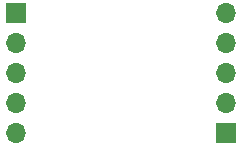
<source format=gbr>
G04 #@! TF.GenerationSoftware,KiCad,Pcbnew,(5.1.4)-1*
G04 #@! TF.CreationDate,2019-11-18T21:44:18+01:00*
G04 #@! TF.ProjectId,AR_PDM_INA233_breakout,41525f50-444d-45f4-994e-413233335f62,rev?*
G04 #@! TF.SameCoordinates,Original*
G04 #@! TF.FileFunction,Copper,L2,Bot*
G04 #@! TF.FilePolarity,Positive*
%FSLAX46Y46*%
G04 Gerber Fmt 4.6, Leading zero omitted, Abs format (unit mm)*
G04 Created by KiCad (PCBNEW (5.1.4)-1) date 2019-11-18 21:44:18*
%MOMM*%
%LPD*%
G04 APERTURE LIST*
%ADD10R,1.700000X1.700000*%
%ADD11O,1.700000X1.700000*%
G04 APERTURE END LIST*
D10*
X127635000Y-80010000D03*
D11*
X127635000Y-82550000D03*
X127635000Y-85090000D03*
X127635000Y-87630000D03*
X127635000Y-90170000D03*
X145415000Y-80010000D03*
X145415000Y-82550000D03*
X145415000Y-85090000D03*
X145415000Y-87630000D03*
D10*
X145415000Y-90170000D03*
M02*

</source>
